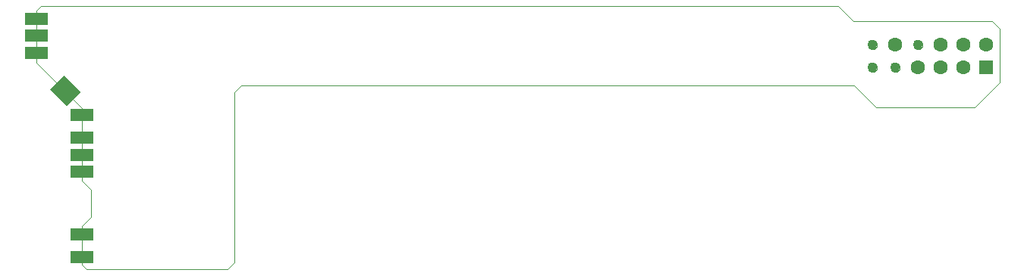
<source format=gbs>
G04 EAGLE Gerber X2 export*
%TF.Part,Single*%
%TF.FileFunction,Other,solder mask bottom*%
%TF.FilePolarity,Positive*%
%TF.GenerationSoftware,Autodesk,EAGLE,9.5.2*%
%TF.CreationDate,2020-02-09T10:15:54Z*%
G75*
%MOMM*%
%FSLAX34Y34*%
%LPD*%
%INsolder mask bottom*%
%AMOC8*
5,1,8,0,0,1.08239X$1,22.5*%
G01*
%ADD10C,0.000000*%
%ADD11R,2.641600X1.371600*%
%ADD12R,1.371600X2.641600*%
%ADD13R,1.601600X1.601600*%
%ADD14C,1.601600*%
%ADD15C,1.101600*%


D10*
X0Y232410D02*
X50800Y181610D01*
X50800Y100330D01*
X60960Y90170D01*
X60960Y59690D01*
X50800Y49530D01*
X50800Y6350D01*
X55880Y1270D01*
X213360Y1270D01*
X1075690Y210820D02*
X1075690Y270510D01*
X0Y290830D02*
X0Y232410D01*
X0Y290830D02*
X5080Y295910D01*
X220980Y8890D02*
X213360Y1270D01*
X220980Y8890D02*
X220980Y199390D01*
X228600Y207010D01*
X913130Y207010D01*
X895350Y295910D02*
X5080Y295910D01*
X913130Y207010D02*
X937260Y182880D01*
X1047750Y182880D01*
X1075690Y210820D01*
X911860Y279400D02*
X895350Y295910D01*
X911860Y279400D02*
X1066800Y279400D01*
X1075690Y270510D01*
D11*
X50800Y173990D03*
X50800Y148590D03*
X50800Y129540D03*
X50800Y110490D03*
X50800Y40640D03*
X50800Y15240D03*
D12*
G36*
X15022Y202610D02*
X24720Y212308D01*
X43398Y193630D01*
X33700Y183932D01*
X15022Y202610D01*
G37*
G36*
X21372Y208960D02*
X31070Y218658D01*
X49748Y199980D01*
X40050Y190282D01*
X21372Y208960D01*
G37*
D13*
X1060450Y227330D03*
D14*
X1060450Y252730D03*
X1035050Y227330D03*
X1035050Y252730D03*
X1009650Y227330D03*
X1009650Y252730D03*
X958850Y252730D03*
D10*
X953850Y227330D02*
X953852Y227471D01*
X953858Y227612D01*
X953868Y227752D01*
X953882Y227892D01*
X953900Y228032D01*
X953921Y228171D01*
X953947Y228310D01*
X953976Y228448D01*
X954010Y228584D01*
X954047Y228720D01*
X954088Y228855D01*
X954133Y228989D01*
X954182Y229121D01*
X954234Y229252D01*
X954290Y229381D01*
X954350Y229508D01*
X954413Y229634D01*
X954479Y229758D01*
X954550Y229881D01*
X954623Y230001D01*
X954700Y230119D01*
X954780Y230235D01*
X954864Y230348D01*
X954950Y230459D01*
X955040Y230568D01*
X955133Y230674D01*
X955228Y230777D01*
X955327Y230878D01*
X955428Y230976D01*
X955532Y231071D01*
X955639Y231163D01*
X955748Y231252D01*
X955860Y231337D01*
X955974Y231420D01*
X956090Y231500D01*
X956209Y231576D01*
X956330Y231648D01*
X956452Y231718D01*
X956577Y231783D01*
X956703Y231846D01*
X956831Y231904D01*
X956961Y231959D01*
X957092Y232011D01*
X957225Y232058D01*
X957359Y232102D01*
X957494Y232143D01*
X957630Y232179D01*
X957767Y232211D01*
X957905Y232240D01*
X958043Y232265D01*
X958183Y232285D01*
X958323Y232302D01*
X958463Y232315D01*
X958604Y232324D01*
X958744Y232329D01*
X958885Y232330D01*
X959026Y232327D01*
X959167Y232320D01*
X959307Y232309D01*
X959447Y232294D01*
X959587Y232275D01*
X959726Y232253D01*
X959864Y232226D01*
X960002Y232196D01*
X960138Y232161D01*
X960274Y232123D01*
X960408Y232081D01*
X960542Y232035D01*
X960674Y231986D01*
X960804Y231932D01*
X960933Y231875D01*
X961060Y231815D01*
X961186Y231751D01*
X961309Y231683D01*
X961431Y231612D01*
X961551Y231538D01*
X961668Y231460D01*
X961783Y231379D01*
X961896Y231295D01*
X962007Y231208D01*
X962115Y231117D01*
X962220Y231024D01*
X962323Y230927D01*
X962423Y230828D01*
X962520Y230726D01*
X962614Y230621D01*
X962705Y230514D01*
X962793Y230404D01*
X962878Y230292D01*
X962960Y230177D01*
X963039Y230060D01*
X963114Y229941D01*
X963186Y229820D01*
X963254Y229697D01*
X963319Y229572D01*
X963381Y229445D01*
X963438Y229316D01*
X963493Y229186D01*
X963543Y229055D01*
X963590Y228922D01*
X963633Y228788D01*
X963672Y228652D01*
X963707Y228516D01*
X963739Y228379D01*
X963766Y228241D01*
X963790Y228102D01*
X963810Y227962D01*
X963826Y227822D01*
X963838Y227682D01*
X963846Y227541D01*
X963850Y227400D01*
X963850Y227260D01*
X963846Y227119D01*
X963838Y226978D01*
X963826Y226838D01*
X963810Y226698D01*
X963790Y226558D01*
X963766Y226419D01*
X963739Y226281D01*
X963707Y226144D01*
X963672Y226008D01*
X963633Y225872D01*
X963590Y225738D01*
X963543Y225605D01*
X963493Y225474D01*
X963438Y225344D01*
X963381Y225215D01*
X963319Y225088D01*
X963254Y224963D01*
X963186Y224840D01*
X963114Y224719D01*
X963039Y224600D01*
X962960Y224483D01*
X962878Y224368D01*
X962793Y224256D01*
X962705Y224146D01*
X962614Y224039D01*
X962520Y223934D01*
X962423Y223832D01*
X962323Y223733D01*
X962220Y223636D01*
X962115Y223543D01*
X962007Y223452D01*
X961896Y223365D01*
X961783Y223281D01*
X961668Y223200D01*
X961551Y223122D01*
X961431Y223048D01*
X961309Y222977D01*
X961186Y222909D01*
X961060Y222845D01*
X960933Y222785D01*
X960804Y222728D01*
X960674Y222674D01*
X960542Y222625D01*
X960408Y222579D01*
X960274Y222537D01*
X960138Y222499D01*
X960002Y222464D01*
X959864Y222434D01*
X959726Y222407D01*
X959587Y222385D01*
X959447Y222366D01*
X959307Y222351D01*
X959167Y222340D01*
X959026Y222333D01*
X958885Y222330D01*
X958744Y222331D01*
X958604Y222336D01*
X958463Y222345D01*
X958323Y222358D01*
X958183Y222375D01*
X958043Y222395D01*
X957905Y222420D01*
X957767Y222449D01*
X957630Y222481D01*
X957494Y222517D01*
X957359Y222558D01*
X957225Y222602D01*
X957092Y222649D01*
X956961Y222701D01*
X956831Y222756D01*
X956703Y222814D01*
X956577Y222877D01*
X956452Y222942D01*
X956330Y223012D01*
X956209Y223084D01*
X956090Y223160D01*
X955974Y223240D01*
X955860Y223323D01*
X955748Y223408D01*
X955639Y223497D01*
X955532Y223589D01*
X955428Y223684D01*
X955327Y223782D01*
X955228Y223883D01*
X955133Y223986D01*
X955040Y224092D01*
X954950Y224201D01*
X954864Y224312D01*
X954780Y224425D01*
X954700Y224541D01*
X954623Y224659D01*
X954550Y224779D01*
X954479Y224902D01*
X954413Y225026D01*
X954350Y225152D01*
X954290Y225279D01*
X954234Y225408D01*
X954182Y225539D01*
X954133Y225671D01*
X954088Y225805D01*
X954047Y225940D01*
X954010Y226076D01*
X953976Y226212D01*
X953947Y226350D01*
X953921Y226489D01*
X953900Y226628D01*
X953882Y226768D01*
X953868Y226908D01*
X953858Y227048D01*
X953852Y227189D01*
X953850Y227330D01*
D15*
X958850Y227330D03*
D10*
X928450Y227330D02*
X928452Y227471D01*
X928458Y227612D01*
X928468Y227752D01*
X928482Y227892D01*
X928500Y228032D01*
X928521Y228171D01*
X928547Y228310D01*
X928576Y228448D01*
X928610Y228584D01*
X928647Y228720D01*
X928688Y228855D01*
X928733Y228989D01*
X928782Y229121D01*
X928834Y229252D01*
X928890Y229381D01*
X928950Y229508D01*
X929013Y229634D01*
X929079Y229758D01*
X929150Y229881D01*
X929223Y230001D01*
X929300Y230119D01*
X929380Y230235D01*
X929464Y230348D01*
X929550Y230459D01*
X929640Y230568D01*
X929733Y230674D01*
X929828Y230777D01*
X929927Y230878D01*
X930028Y230976D01*
X930132Y231071D01*
X930239Y231163D01*
X930348Y231252D01*
X930460Y231337D01*
X930574Y231420D01*
X930690Y231500D01*
X930809Y231576D01*
X930930Y231648D01*
X931052Y231718D01*
X931177Y231783D01*
X931303Y231846D01*
X931431Y231904D01*
X931561Y231959D01*
X931692Y232011D01*
X931825Y232058D01*
X931959Y232102D01*
X932094Y232143D01*
X932230Y232179D01*
X932367Y232211D01*
X932505Y232240D01*
X932643Y232265D01*
X932783Y232285D01*
X932923Y232302D01*
X933063Y232315D01*
X933204Y232324D01*
X933344Y232329D01*
X933485Y232330D01*
X933626Y232327D01*
X933767Y232320D01*
X933907Y232309D01*
X934047Y232294D01*
X934187Y232275D01*
X934326Y232253D01*
X934464Y232226D01*
X934602Y232196D01*
X934738Y232161D01*
X934874Y232123D01*
X935008Y232081D01*
X935142Y232035D01*
X935274Y231986D01*
X935404Y231932D01*
X935533Y231875D01*
X935660Y231815D01*
X935786Y231751D01*
X935909Y231683D01*
X936031Y231612D01*
X936151Y231538D01*
X936268Y231460D01*
X936383Y231379D01*
X936496Y231295D01*
X936607Y231208D01*
X936715Y231117D01*
X936820Y231024D01*
X936923Y230927D01*
X937023Y230828D01*
X937120Y230726D01*
X937214Y230621D01*
X937305Y230514D01*
X937393Y230404D01*
X937478Y230292D01*
X937560Y230177D01*
X937639Y230060D01*
X937714Y229941D01*
X937786Y229820D01*
X937854Y229697D01*
X937919Y229572D01*
X937981Y229445D01*
X938038Y229316D01*
X938093Y229186D01*
X938143Y229055D01*
X938190Y228922D01*
X938233Y228788D01*
X938272Y228652D01*
X938307Y228516D01*
X938339Y228379D01*
X938366Y228241D01*
X938390Y228102D01*
X938410Y227962D01*
X938426Y227822D01*
X938438Y227682D01*
X938446Y227541D01*
X938450Y227400D01*
X938450Y227260D01*
X938446Y227119D01*
X938438Y226978D01*
X938426Y226838D01*
X938410Y226698D01*
X938390Y226558D01*
X938366Y226419D01*
X938339Y226281D01*
X938307Y226144D01*
X938272Y226008D01*
X938233Y225872D01*
X938190Y225738D01*
X938143Y225605D01*
X938093Y225474D01*
X938038Y225344D01*
X937981Y225215D01*
X937919Y225088D01*
X937854Y224963D01*
X937786Y224840D01*
X937714Y224719D01*
X937639Y224600D01*
X937560Y224483D01*
X937478Y224368D01*
X937393Y224256D01*
X937305Y224146D01*
X937214Y224039D01*
X937120Y223934D01*
X937023Y223832D01*
X936923Y223733D01*
X936820Y223636D01*
X936715Y223543D01*
X936607Y223452D01*
X936496Y223365D01*
X936383Y223281D01*
X936268Y223200D01*
X936151Y223122D01*
X936031Y223048D01*
X935909Y222977D01*
X935786Y222909D01*
X935660Y222845D01*
X935533Y222785D01*
X935404Y222728D01*
X935274Y222674D01*
X935142Y222625D01*
X935008Y222579D01*
X934874Y222537D01*
X934738Y222499D01*
X934602Y222464D01*
X934464Y222434D01*
X934326Y222407D01*
X934187Y222385D01*
X934047Y222366D01*
X933907Y222351D01*
X933767Y222340D01*
X933626Y222333D01*
X933485Y222330D01*
X933344Y222331D01*
X933204Y222336D01*
X933063Y222345D01*
X932923Y222358D01*
X932783Y222375D01*
X932643Y222395D01*
X932505Y222420D01*
X932367Y222449D01*
X932230Y222481D01*
X932094Y222517D01*
X931959Y222558D01*
X931825Y222602D01*
X931692Y222649D01*
X931561Y222701D01*
X931431Y222756D01*
X931303Y222814D01*
X931177Y222877D01*
X931052Y222942D01*
X930930Y223012D01*
X930809Y223084D01*
X930690Y223160D01*
X930574Y223240D01*
X930460Y223323D01*
X930348Y223408D01*
X930239Y223497D01*
X930132Y223589D01*
X930028Y223684D01*
X929927Y223782D01*
X929828Y223883D01*
X929733Y223986D01*
X929640Y224092D01*
X929550Y224201D01*
X929464Y224312D01*
X929380Y224425D01*
X929300Y224541D01*
X929223Y224659D01*
X929150Y224779D01*
X929079Y224902D01*
X929013Y225026D01*
X928950Y225152D01*
X928890Y225279D01*
X928834Y225408D01*
X928782Y225539D01*
X928733Y225671D01*
X928688Y225805D01*
X928647Y225940D01*
X928610Y226076D01*
X928576Y226212D01*
X928547Y226350D01*
X928521Y226489D01*
X928500Y226628D01*
X928482Y226768D01*
X928468Y226908D01*
X928458Y227048D01*
X928452Y227189D01*
X928450Y227330D01*
D15*
X933450Y227330D03*
D10*
X928450Y252730D02*
X928452Y252871D01*
X928458Y253012D01*
X928468Y253152D01*
X928482Y253292D01*
X928500Y253432D01*
X928521Y253571D01*
X928547Y253710D01*
X928576Y253848D01*
X928610Y253984D01*
X928647Y254120D01*
X928688Y254255D01*
X928733Y254389D01*
X928782Y254521D01*
X928834Y254652D01*
X928890Y254781D01*
X928950Y254908D01*
X929013Y255034D01*
X929079Y255158D01*
X929150Y255281D01*
X929223Y255401D01*
X929300Y255519D01*
X929380Y255635D01*
X929464Y255748D01*
X929550Y255859D01*
X929640Y255968D01*
X929733Y256074D01*
X929828Y256177D01*
X929927Y256278D01*
X930028Y256376D01*
X930132Y256471D01*
X930239Y256563D01*
X930348Y256652D01*
X930460Y256737D01*
X930574Y256820D01*
X930690Y256900D01*
X930809Y256976D01*
X930930Y257048D01*
X931052Y257118D01*
X931177Y257183D01*
X931303Y257246D01*
X931431Y257304D01*
X931561Y257359D01*
X931692Y257411D01*
X931825Y257458D01*
X931959Y257502D01*
X932094Y257543D01*
X932230Y257579D01*
X932367Y257611D01*
X932505Y257640D01*
X932643Y257665D01*
X932783Y257685D01*
X932923Y257702D01*
X933063Y257715D01*
X933204Y257724D01*
X933344Y257729D01*
X933485Y257730D01*
X933626Y257727D01*
X933767Y257720D01*
X933907Y257709D01*
X934047Y257694D01*
X934187Y257675D01*
X934326Y257653D01*
X934464Y257626D01*
X934602Y257596D01*
X934738Y257561D01*
X934874Y257523D01*
X935008Y257481D01*
X935142Y257435D01*
X935274Y257386D01*
X935404Y257332D01*
X935533Y257275D01*
X935660Y257215D01*
X935786Y257151D01*
X935909Y257083D01*
X936031Y257012D01*
X936151Y256938D01*
X936268Y256860D01*
X936383Y256779D01*
X936496Y256695D01*
X936607Y256608D01*
X936715Y256517D01*
X936820Y256424D01*
X936923Y256327D01*
X937023Y256228D01*
X937120Y256126D01*
X937214Y256021D01*
X937305Y255914D01*
X937393Y255804D01*
X937478Y255692D01*
X937560Y255577D01*
X937639Y255460D01*
X937714Y255341D01*
X937786Y255220D01*
X937854Y255097D01*
X937919Y254972D01*
X937981Y254845D01*
X938038Y254716D01*
X938093Y254586D01*
X938143Y254455D01*
X938190Y254322D01*
X938233Y254188D01*
X938272Y254052D01*
X938307Y253916D01*
X938339Y253779D01*
X938366Y253641D01*
X938390Y253502D01*
X938410Y253362D01*
X938426Y253222D01*
X938438Y253082D01*
X938446Y252941D01*
X938450Y252800D01*
X938450Y252660D01*
X938446Y252519D01*
X938438Y252378D01*
X938426Y252238D01*
X938410Y252098D01*
X938390Y251958D01*
X938366Y251819D01*
X938339Y251681D01*
X938307Y251544D01*
X938272Y251408D01*
X938233Y251272D01*
X938190Y251138D01*
X938143Y251005D01*
X938093Y250874D01*
X938038Y250744D01*
X937981Y250615D01*
X937919Y250488D01*
X937854Y250363D01*
X937786Y250240D01*
X937714Y250119D01*
X937639Y250000D01*
X937560Y249883D01*
X937478Y249768D01*
X937393Y249656D01*
X937305Y249546D01*
X937214Y249439D01*
X937120Y249334D01*
X937023Y249232D01*
X936923Y249133D01*
X936820Y249036D01*
X936715Y248943D01*
X936607Y248852D01*
X936496Y248765D01*
X936383Y248681D01*
X936268Y248600D01*
X936151Y248522D01*
X936031Y248448D01*
X935909Y248377D01*
X935786Y248309D01*
X935660Y248245D01*
X935533Y248185D01*
X935404Y248128D01*
X935274Y248074D01*
X935142Y248025D01*
X935008Y247979D01*
X934874Y247937D01*
X934738Y247899D01*
X934602Y247864D01*
X934464Y247834D01*
X934326Y247807D01*
X934187Y247785D01*
X934047Y247766D01*
X933907Y247751D01*
X933767Y247740D01*
X933626Y247733D01*
X933485Y247730D01*
X933344Y247731D01*
X933204Y247736D01*
X933063Y247745D01*
X932923Y247758D01*
X932783Y247775D01*
X932643Y247795D01*
X932505Y247820D01*
X932367Y247849D01*
X932230Y247881D01*
X932094Y247917D01*
X931959Y247958D01*
X931825Y248002D01*
X931692Y248049D01*
X931561Y248101D01*
X931431Y248156D01*
X931303Y248214D01*
X931177Y248277D01*
X931052Y248342D01*
X930930Y248412D01*
X930809Y248484D01*
X930690Y248560D01*
X930574Y248640D01*
X930460Y248723D01*
X930348Y248808D01*
X930239Y248897D01*
X930132Y248989D01*
X930028Y249084D01*
X929927Y249182D01*
X929828Y249283D01*
X929733Y249386D01*
X929640Y249492D01*
X929550Y249601D01*
X929464Y249712D01*
X929380Y249825D01*
X929300Y249941D01*
X929223Y250059D01*
X929150Y250179D01*
X929079Y250302D01*
X929013Y250426D01*
X928950Y250552D01*
X928890Y250679D01*
X928834Y250808D01*
X928782Y250939D01*
X928733Y251071D01*
X928688Y251205D01*
X928647Y251340D01*
X928610Y251476D01*
X928576Y251612D01*
X928547Y251750D01*
X928521Y251889D01*
X928500Y252028D01*
X928482Y252168D01*
X928468Y252308D01*
X928458Y252448D01*
X928452Y252589D01*
X928450Y252730D01*
D15*
X933450Y252730D03*
D14*
X984250Y227330D03*
D10*
X979250Y252730D02*
X979252Y252871D01*
X979258Y253012D01*
X979268Y253152D01*
X979282Y253292D01*
X979300Y253432D01*
X979321Y253571D01*
X979347Y253710D01*
X979376Y253848D01*
X979410Y253984D01*
X979447Y254120D01*
X979488Y254255D01*
X979533Y254389D01*
X979582Y254521D01*
X979634Y254652D01*
X979690Y254781D01*
X979750Y254908D01*
X979813Y255034D01*
X979879Y255158D01*
X979950Y255281D01*
X980023Y255401D01*
X980100Y255519D01*
X980180Y255635D01*
X980264Y255748D01*
X980350Y255859D01*
X980440Y255968D01*
X980533Y256074D01*
X980628Y256177D01*
X980727Y256278D01*
X980828Y256376D01*
X980932Y256471D01*
X981039Y256563D01*
X981148Y256652D01*
X981260Y256737D01*
X981374Y256820D01*
X981490Y256900D01*
X981609Y256976D01*
X981730Y257048D01*
X981852Y257118D01*
X981977Y257183D01*
X982103Y257246D01*
X982231Y257304D01*
X982361Y257359D01*
X982492Y257411D01*
X982625Y257458D01*
X982759Y257502D01*
X982894Y257543D01*
X983030Y257579D01*
X983167Y257611D01*
X983305Y257640D01*
X983443Y257665D01*
X983583Y257685D01*
X983723Y257702D01*
X983863Y257715D01*
X984004Y257724D01*
X984144Y257729D01*
X984285Y257730D01*
X984426Y257727D01*
X984567Y257720D01*
X984707Y257709D01*
X984847Y257694D01*
X984987Y257675D01*
X985126Y257653D01*
X985264Y257626D01*
X985402Y257596D01*
X985538Y257561D01*
X985674Y257523D01*
X985808Y257481D01*
X985942Y257435D01*
X986074Y257386D01*
X986204Y257332D01*
X986333Y257275D01*
X986460Y257215D01*
X986586Y257151D01*
X986709Y257083D01*
X986831Y257012D01*
X986951Y256938D01*
X987068Y256860D01*
X987183Y256779D01*
X987296Y256695D01*
X987407Y256608D01*
X987515Y256517D01*
X987620Y256424D01*
X987723Y256327D01*
X987823Y256228D01*
X987920Y256126D01*
X988014Y256021D01*
X988105Y255914D01*
X988193Y255804D01*
X988278Y255692D01*
X988360Y255577D01*
X988439Y255460D01*
X988514Y255341D01*
X988586Y255220D01*
X988654Y255097D01*
X988719Y254972D01*
X988781Y254845D01*
X988838Y254716D01*
X988893Y254586D01*
X988943Y254455D01*
X988990Y254322D01*
X989033Y254188D01*
X989072Y254052D01*
X989107Y253916D01*
X989139Y253779D01*
X989166Y253641D01*
X989190Y253502D01*
X989210Y253362D01*
X989226Y253222D01*
X989238Y253082D01*
X989246Y252941D01*
X989250Y252800D01*
X989250Y252660D01*
X989246Y252519D01*
X989238Y252378D01*
X989226Y252238D01*
X989210Y252098D01*
X989190Y251958D01*
X989166Y251819D01*
X989139Y251681D01*
X989107Y251544D01*
X989072Y251408D01*
X989033Y251272D01*
X988990Y251138D01*
X988943Y251005D01*
X988893Y250874D01*
X988838Y250744D01*
X988781Y250615D01*
X988719Y250488D01*
X988654Y250363D01*
X988586Y250240D01*
X988514Y250119D01*
X988439Y250000D01*
X988360Y249883D01*
X988278Y249768D01*
X988193Y249656D01*
X988105Y249546D01*
X988014Y249439D01*
X987920Y249334D01*
X987823Y249232D01*
X987723Y249133D01*
X987620Y249036D01*
X987515Y248943D01*
X987407Y248852D01*
X987296Y248765D01*
X987183Y248681D01*
X987068Y248600D01*
X986951Y248522D01*
X986831Y248448D01*
X986709Y248377D01*
X986586Y248309D01*
X986460Y248245D01*
X986333Y248185D01*
X986204Y248128D01*
X986074Y248074D01*
X985942Y248025D01*
X985808Y247979D01*
X985674Y247937D01*
X985538Y247899D01*
X985402Y247864D01*
X985264Y247834D01*
X985126Y247807D01*
X984987Y247785D01*
X984847Y247766D01*
X984707Y247751D01*
X984567Y247740D01*
X984426Y247733D01*
X984285Y247730D01*
X984144Y247731D01*
X984004Y247736D01*
X983863Y247745D01*
X983723Y247758D01*
X983583Y247775D01*
X983443Y247795D01*
X983305Y247820D01*
X983167Y247849D01*
X983030Y247881D01*
X982894Y247917D01*
X982759Y247958D01*
X982625Y248002D01*
X982492Y248049D01*
X982361Y248101D01*
X982231Y248156D01*
X982103Y248214D01*
X981977Y248277D01*
X981852Y248342D01*
X981730Y248412D01*
X981609Y248484D01*
X981490Y248560D01*
X981374Y248640D01*
X981260Y248723D01*
X981148Y248808D01*
X981039Y248897D01*
X980932Y248989D01*
X980828Y249084D01*
X980727Y249182D01*
X980628Y249283D01*
X980533Y249386D01*
X980440Y249492D01*
X980350Y249601D01*
X980264Y249712D01*
X980180Y249825D01*
X980100Y249941D01*
X980023Y250059D01*
X979950Y250179D01*
X979879Y250302D01*
X979813Y250426D01*
X979750Y250552D01*
X979690Y250679D01*
X979634Y250808D01*
X979582Y250939D01*
X979533Y251071D01*
X979488Y251205D01*
X979447Y251340D01*
X979410Y251476D01*
X979376Y251612D01*
X979347Y251750D01*
X979321Y251889D01*
X979300Y252028D01*
X979282Y252168D01*
X979268Y252308D01*
X979258Y252448D01*
X979252Y252589D01*
X979250Y252730D01*
D15*
X984250Y252730D03*
D11*
X0Y281940D03*
X0Y262890D03*
X0Y243840D03*
M02*

</source>
